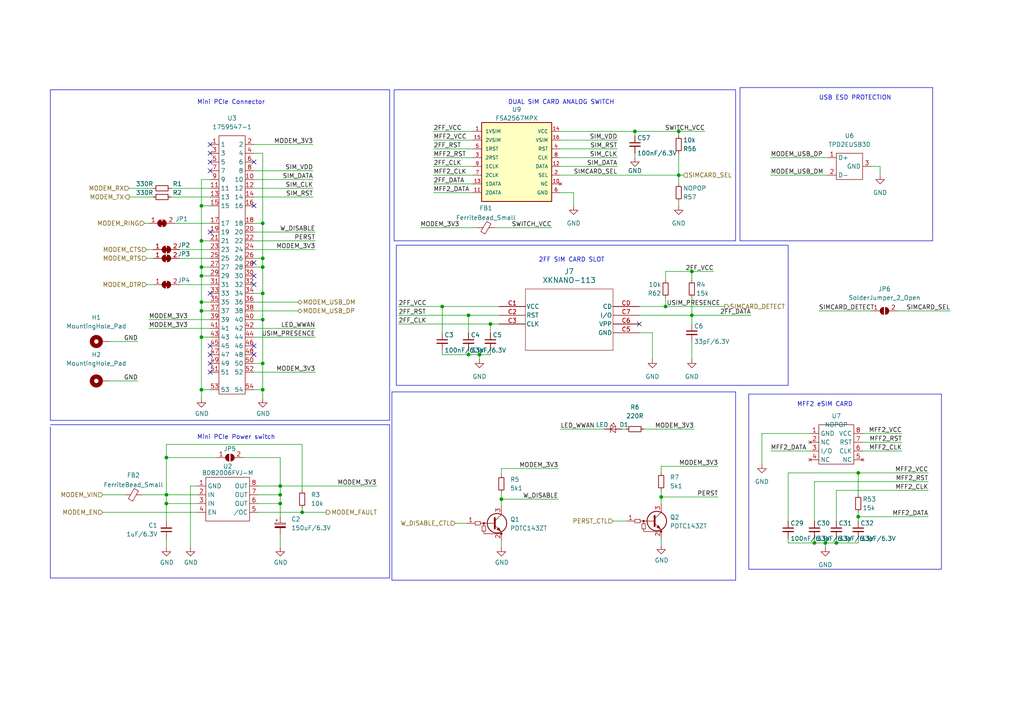
<source format=kicad_sch>
(kicad_sch (version 20230121) (generator eeschema)
  (paper "A4")
  (lib_symbols
    (symbol "2023-07-13_12-59-37:XKNANO-113" (pin_names (offset 0.254))
      (property "Reference" "J" (at 20.32 10.16 0))
      (property "Value" "XKNANO-113" (at 20.32 7.62 0))
      (symbol "XKNANO-113_0_1"
        (polyline (pts (xy 7.62 -12.7) (xy 33.02 -12.7)) (stroke (width 0.127)))
        (polyline (pts (xy 7.62 5.08) (xy 7.62 -12.7)) (stroke (width 0.127)))
        (polyline (pts (xy 33.02 -12.7) (xy 33.02 5.08)) (stroke (width 0.127)))
        (polyline (pts (xy 33.02 5.08) (xy 7.62 5.08)) (stroke (width 0.127)))
        (pin power_in line (at 0 0 0) (length 7.62) (name "VCC") (number "C1"))
        (pin unspecified line (at 0 -2.54 0) (length 7.62) (name "RST") (number "C2"))
        (pin unspecified line (at 0 -5.08 0) (length 7.62) (name "CLK") (number "C3"))
        (pin power_out line (at 40.64 -7.62 180) (length 7.62) (name "GND") (number "C5"))
        (pin power_in line (at 40.64 -5.08 180) (length 7.62) (name "VPP") (number "C6"))
        (pin unspecified line (at 40.64 -2.54 180) (length 7.62) (name "I/O") (number "C7"))
        (pin unspecified line (at 40.64 0 180) (length 7.62) (name "CD") (number "CD"))
      )
    )
    (symbol "Device:C_Polarized_Small" (pin_numbers hide) (pin_names (offset 0.254) hide)
      (property "Reference" "C" (at 0.254 1.778 0))
      (property "Value" "C_Polarized_Small" (at 0.254 -2.032 0))
      (symbol "C_Polarized_Small_0_1"
        (rectangle (start -1.524 -0.3048) (end 1.524 -0.6858) (fill (type outline)))
        (rectangle (start -1.524 0.6858) (end 1.524 0.3048))
        (polyline (pts (xy -1.27 1.524) (xy -0.762 1.524)))
        (polyline (pts (xy -1.016 1.27) (xy -1.016 1.778)))
      )
      (symbol "C_Polarized_Small_1_1"
        (pin passive line (at 0 2.54 270) (length 1.8542) (name "~") (number "1"))
        (pin passive line (at 0 -2.54 90) (length 1.8542) (name "~") (number "2"))
      )
    )
    (symbol "Device:C_Small" (pin_numbers hide) (pin_names (offset 0.254) hide)
      (property "Reference" "C" (at 0.254 1.778 0))
      (property "Value" "C_Small" (at 0.254 -2.032 0))
      (symbol "C_Small_0_1"
        (polyline (pts (xy -1.524 -0.508) (xy 1.524 -0.508)) (stroke (width 0.3302)))
        (polyline (pts (xy -1.524 0.508) (xy 1.524 0.508)) (stroke (width 0.3048)))
      )
      (symbol "C_Small_1_1"
        (pin passive line (at 0 2.54 270) (length 2.032) (name "~") (number "1"))
        (pin passive line (at 0 -2.54 90) (length 2.032) (name "~") (number "2"))
      )
    )
    (symbol "Device:FerriteBead_Small" (pin_numbers hide) (pin_names (offset 0))
      (property "Reference" "FB" (at 1.905 1.27 0))
      (property "Value" "FerriteBead_Small" (at 1.905 -1.27 0))
      (symbol "FerriteBead_Small_0_1"
        (polyline (pts (xy 0 -1.27) (xy 0 -0.7874)))
        (polyline (pts (xy 0 0.889) (xy 0 1.2954)))
        (polyline (pts (xy -1.8288 0.2794) (xy -1.1176 1.4986) (xy 1.8288 -0.2032) (xy 1.1176 -1.4224) (xy -1.8288 0.2794)))
      )
      (symbol "FerriteBead_Small_1_1"
        (pin passive line (at 0 2.54 270) (length 1.27) (name "~") (number "1"))
        (pin passive line (at 0 -2.54 90) (length 1.27) (name "~") (number "2"))
      )
    )
    (symbol "Device:Q_NPN_BEC_BRT" (pin_names hide)
      (property "Reference" "Q" (at 3.81 1.27 0))
      (property "Value" "Q_NPN_BEC_BRT" (at 3.81 -1.27 0))
      (symbol "Q_NPN_BEC_BRT_0_1"
        (rectangle (start -6.35 0.508) (end -4.826 -0.508))
        (rectangle (start -4.318 -2.286) (end -3.302 -0.762))
        (circle (center -3.81 0) (radius 0.254) (fill (type outline)))
        (polyline (pts (xy -3.81 -0.762) (xy -3.81 0)))
        (polyline (pts (xy -0.762 0) (xy -4.826 0)))
        (polyline (pts (xy -0.635 1.524) (xy -0.635 -1.524)) (stroke (width 0.508)))
        (polyline (pts (xy -3.81 -2.286) (xy -3.81 -3.048) (xy 1.27 -3.048)))
        (circle (center 1.27 -3.048) (radius 0.254) (fill (type outline)))
      )
      (symbol "Q_NPN_BEC_BRT_1_1"
        (polyline (pts (xy -0.635 0.635) (xy 1.27 2.54)))
        (polyline (pts (xy -0.635 -0.635) (xy 1.27 -2.54) (xy 1.27 -2.54)))
        (polyline (pts (xy 0 -1.778) (xy 0.508 -1.27) (xy 1.016 -2.286) (xy 0 -1.778) (xy 0 -1.778)) (fill (type outline)))
        (circle (center 0 0) (radius 2.8194) (stroke (width 0.254)))
        (pin input line (at -8.89 0 0) (length 2.54) (name "B") (number "1"))
        (pin passive line (at 1.27 -5.08 90) (length 2.54) (name "E") (number "2"))
        (pin passive line (at 1.27 5.08 270) (length 2.54) (name "C") (number "3"))
      )
    )
    (symbol "Device:R_Small" (pin_numbers hide) (pin_names (offset 0.254) hide)
      (property "Reference" "R" (at 0.762 0.508 0))
      (property "Value" "R_Small" (at 0.762 -1.016 0))
      (symbol "R_Small_0_1"
        (rectangle (start -0.762 1.778) (end 0.762 -1.778) (stroke (width 0.2032)))
      )
      (symbol "R_Small_1_1"
        (pin passive line (at 0 2.54 270) (length 0.762) (name "~") (number "1"))
        (pin passive line (at 0 -2.54 90) (length 0.762) (name "~") (number "2"))
      )
    )
    (symbol "FSA2567MPX:FSA2567MPX" (pin_names (offset 1.016))
      (property "Reference" "U" (at -10.16 12.7 0))
      (property "Value" "FSA2567MPX" (at -10.16 -13.97 0))
      (symbol "FSA2567MPX_0_0"
        (rectangle (start -10.16 -11.43) (end 10.16 11.43) (stroke (width 0.254)) (fill (type background)))
        (pin bidirectional line (at -12.7 8.89 0) (length 2.54) (name "1VSIM") (number "1"))
        (pin no_connect line (at 12.7 -6.35 180) (length 2.54) (name "NC") (number "10"))
        (pin bidirectional line (at -12.7 -8.89 0) (length 2.54) (name "2DATA") (number "11"))
        (pin bidirectional line (at 12.7 -1.27 180) (length 2.54) (name "DATA") (number "12"))
        (pin bidirectional line (at -12.7 -6.35 0) (length 2.54) (name "1DATA") (number "13"))
        (pin power_in line (at 12.7 8.89 180) (length 2.54) (name "VCC") (number "14"))
        (pin bidirectional line (at -12.7 6.35 0) (length 2.54) (name "2VSIM") (number "15"))
        (pin bidirectional line (at 12.7 6.35 180) (length 2.54) (name "VSIM") (number "16"))
        (pin bidirectional line (at 12.7 -3.81 180) (length 2.54) (name "SEL") (number "2"))
        (pin bidirectional line (at -12.7 1.27 0) (length 2.54) (name "2RST") (number "3"))
        (pin bidirectional line (at 12.7 3.81 180) (length 2.54) (name "RST") (number "4"))
        (pin bidirectional line (at -12.7 3.81 0) (length 2.54) (name "1RST") (number "5"))
        (pin power_in line (at 12.7 -8.89 180) (length 2.54) (name "GND") (number "6"))
        (pin bidirectional line (at -12.7 -3.81 0) (length 2.54) (name "2CLK") (number "7"))
        (pin bidirectional line (at 12.7 1.27 180) (length 2.54) (name "CLK") (number "8"))
        (pin bidirectional line (at -12.7 -1.27 0) (length 2.54) (name "1CLK") (number "9"))
      )
    )
    (symbol "Jumper:SolderJumper_2_Bridged" (pin_names (offset 0) hide)
      (property "Reference" "JP" (at 0 2.032 0))
      (property "Value" "SolderJumper_2_Bridged" (at 0 -2.54 0))
      (symbol "SolderJumper_2_Bridged_0_1"
        (rectangle (start -0.508 0.508) (end 0.508 -0.508) (fill (type outline)))
        (arc (start -0.254 1.016) (mid -1.2656 0) (end -0.254 -1.016))
        (arc (start -0.254 1.016) (mid -1.2656 0) (end -0.254 -1.016) (fill (type outline)))
        (polyline (pts (xy -0.254 1.016) (xy -0.254 -1.016)))
        (polyline (pts (xy 0.254 1.016) (xy 0.254 -1.016)))
        (arc (start 0.254 -1.016) (mid 1.2656 0) (end 0.254 1.016))
        (arc (start 0.254 -1.016) (mid 1.2656 0) (end 0.254 1.016) (fill (type outline)))
      )
      (symbol "SolderJumper_2_Bridged_1_1"
        (pin passive line (at -3.81 0 0) (length 2.54) (name "A") (number "1"))
        (pin passive line (at 3.81 0 180) (length 2.54) (name "B") (number "2"))
      )
    )
    (symbol "Jumper:SolderJumper_2_Open" (pin_names (offset 0) hide)
      (property "Reference" "JP" (at 0 2.032 0))
      (property "Value" "SolderJumper_2_Open" (at 0 -2.54 0))
      (symbol "SolderJumper_2_Open_0_1"
        (arc (start -0.254 1.016) (mid -1.2656 0) (end -0.254 -1.016))
        (arc (start -0.254 1.016) (mid -1.2656 0) (end -0.254 -1.016) (fill (type outline)))
        (polyline (pts (xy -0.254 1.016) (xy -0.254 -1.016)))
        (polyline (pts (xy 0.254 1.016) (xy 0.254 -1.016)))
        (arc (start 0.254 -1.016) (mid 1.2656 0) (end 0.254 1.016))
        (arc (start 0.254 -1.016) (mid 1.2656 0) (end 0.254 1.016) (fill (type outline)))
      )
      (symbol "SolderJumper_2_Open_1_1"
        (pin passive line (at -3.81 0 0) (length 2.54) (name "A") (number "1"))
        (pin passive line (at 3.81 0 180) (length 2.54) (name "B") (number "2"))
      )
    )
    (symbol "Mechanical:MountingHole_Pad" (pin_numbers hide) (pin_names (offset 1.016) hide)
      (property "Reference" "H" (at 0 6.35 0))
      (property "Value" "MountingHole_Pad" (at 0 4.445 0))
      (symbol "MountingHole_Pad_0_1"
        (circle (center 0 1.27) (radius 1.27) (stroke (width 1.27)))
      )
      (symbol "MountingHole_Pad_1_1"
        (pin input line (at 0 -2.54 90) (length 2.54) (name "1") (number "1"))
      )
    )
    (symbol "device:C_Small" (pin_numbers hide) (pin_names (offset 0.254) hide)
      (property "Reference" "C" (at 0.254 1.778 0))
      (property "Value" "C_Small" (at 0.254 -2.032 0))
      (symbol "C_Small_0_1"
        (polyline (pts (xy -1.524 -0.508) (xy 1.524 -0.508)) (stroke (width 0.3302)))
        (polyline (pts (xy -1.524 0.508) (xy 1.524 0.508)) (stroke (width 0.3048)))
      )
      (symbol "C_Small_1_1"
        (pin passive line (at 0 2.54 270) (length 2.032) (name "~") (number "1"))
        (pin passive line (at 0 -2.54 90) (length 2.032) (name "~") (number "2"))
      )
    )
    (symbol "device:LED_Small" (pin_numbers hide) (pin_names (offset 0.254) hide)
      (property "Reference" "D" (at -1.27 3.175 0))
      (property "Value" "LED_Small" (at -4.445 -2.54 0))
      (symbol "LED_Small_0_1"
        (polyline (pts (xy -0.762 -1.016) (xy -0.762 1.016)))
        (polyline (pts (xy 1.016 0) (xy -0.762 0)))
        (polyline (pts (xy 0.762 -1.016) (xy -0.762 0) (xy 0.762 1.016) (xy 0.762 -1.016)))
        (polyline (pts (xy 0 0.762) (xy -0.508 1.27) (xy -0.254 1.27) (xy -0.508 1.27) (xy -0.508 1.016)))
        (polyline (pts (xy 0.508 1.27) (xy 0 1.778) (xy 0.254 1.778) (xy 0 1.778) (xy 0 1.524)))
      )
      (symbol "LED_Small_1_1"
        (pin passive line (at -2.54 0 0) (length 1.778) (name "K") (number "1"))
        (pin passive line (at 2.54 0 180) (length 1.778) (name "A") (number "2"))
      )
    )
    (symbol "gabriel:1759547-1"
      (property "Reference" "U" (at 0 3.81 0))
      (property "Value" "1759547-1" (at 0 1.27 0))
      (symbol "1759547-1_0_1"
        (rectangle (start -3.81 0) (end 3.81 -74.93))
      )
      (symbol "1759547-1_1_1"
        (pin bidirectional line (at -6.35 -2.54 0) (length 2.54) (name "1") (number "1"))
        (pin bidirectional line (at 6.35 -12.7 180) (length 2.54) (name "10") (number "10"))
        (pin bidirectional line (at -6.35 -15.24 0) (length 2.54) (name "11") (number "11"))
        (pin bidirectional line (at 6.35 -15.24 180) (length 2.54) (name "12") (number "12"))
        (pin bidirectional line (at -6.35 -17.78 0) (length 2.54) (name "13") (number "13"))
        (pin bidirectional line (at 6.35 -17.78 180) (length 2.54) (name "14") (number "14"))
        (pin bidirectional line (at -6.35 -20.32 0) (length 2.54) (name "15") (number "15"))
        (pin bidirectional line (at 6.35 -20.32 180) (length 2.54) (name "16") (number "16"))
        (pin bidirectional line (at -6.35 -25.4 0) (length 2.54) (name "17") (number "17"))
        (pin bidirectional line (at 6.35 -25.4 180) (length 2.54) (name "18") (number "18"))
        (pin bidirectional line (at -6.35 -27.94 0) (length 2.54) (name "19") (number "19"))
        (pin bidirectional line (at 6.35 -2.54 180) (length 2.54) (name "2") (number "2"))
        (pin bidirectional line (at 6.35 -27.94 180) (length 2.54) (name "20") (number "20"))
        (pin bidirectional line (at -6.35 -30.48 0) (length 2.54) (name "21") (number "21"))
        (pin bidirectional line (at 6.35 -30.48 180) (length 2.54) (name "22") (number "22"))
        (pin bidirectional line (at -6.35 -33.02 0) (length 2.54) (name "23") (number "23"))
        (pin bidirectional line (at 6.35 -33.02 180) (length 2.54) (name "24") (number "24"))
        (pin bidirectional line (at -6.35 -35.56 0) (length 2.54) (name "25") (number "25"))
        (pin bidirectional line (at 6.35 -35.56 180) (length 2.54) (name "26") (number "26"))
        (pin bidirectional line (at -6.35 -38.1 0) (length 2.54) (name "27") (number "27"))
        (pin bidirectional line (at 6.35 -38.1 180) (length 2.54) (name "28") (number "28"))
        (pin bidirectional line (at -6.35 -40.64 0) (length 2.54) (name "29") (number "29"))
        (pin bidirectional line (at -6.35 -5.08 0) (length 2.54) (name "3") (number "3"))
        (pin bidirectional line (at 6.35 -40.64 180) (length 2.54) (name "30") (number "30"))
        (pin bidirectional line (at -6.35 -43.18 0) (length 2.54) (name "31") (number "31"))
        (pin bidirectional line (at 6.35 -43.18 180) (length 2.54) (name "32") (number "32"))
        (pin bidirectional line (at -6.35 -45.72 0) (length 2.54) (name "33") (number "33"))
        (pin bidirectional line (at 6.35 -45.72 180) (length 2.54) (name "34") (number "34"))
        (pin bidirectional line (at -6.35 -48.26 0) (length 2.54) (name "35") (number "35"))
        (pin bidirectional line (at 6.35 -48.26 180) (length 2.54) (name "36") (number "36"))
        (pin bidirectional line (at -6.35 -50.8 0) (length 2.54) (name "37") (number "37"))
        (pin bidirectional line (at 6.35 -50.8 180) (length 2.54) (name "38") (number "38"))
        (pin bidirectional line (at -6.35 -53.34 0) (length 2.54) (name "39") (number "39"))
        (pin bidirectional line (at 6.35 -5.08 180) (length 2.54) (name "4") (number "4"))
        (pin bidirectional line (at 6.35 -53.34 180) (length 2.54) (name "40") (number "40"))
        (pin bidirectional line (at -6.35 -55.88 0) (length 2.54) (name "41") (number "41"))
        (pin bidirectional line (at 6.35 -55.88 180) (length 2.54) (name "42") (number "42"))
        (pin bidirectional line (at -6.35 -58.42 0) (length 2.54) (name "43") (number "43"))
        (pin bidirectional line (at 6.35 -58.42 180) (length 2.54) (name "44") (number "44"))
        (pin bidirectional line (at -6.35 -60.96 0) (length 2.54) (name "45") (number "45"))
        (pin bidirectional line (at 6.35 -60.96 180) (length 2.54) (name "46") (number "46"))
        (pin bidirectional line (at -6.35 -63.5 0) (length 2.54) (name "47") (number "47"))
        (pin bidirectional line (at 6.35 -63.5 180) (length 2.54) (name "48") (number "48"))
        (pin bidirectional line (at -6.35 -66.04 0) (length 2.54) (name "49") (number "49"))
        (pin bidirectional line (at -6.35 -7.62 0) (length 2.54) (name "5") (number "5"))
        (pin bidirectional line (at 6.35 -66.04 180) (length 2.54) (name "50") (number "50"))
        (pin bidirectional line (at -6.35 -68.58 0) (length 2.54) (name "51") (number "51"))
        (pin bidirectional line (at 6.35 -68.58 180) (length 2.54) (name "52") (number "52"))
        (pin bidirectional line (at -6.35 -73.66 0) (length 2.54) (name "53") (number "53"))
        (pin bidirectional line (at 6.35 -73.66 180) (length 2.54) (name "54") (number "54"))
        (pin bidirectional line (at 6.35 -7.62 180) (length 2.54) (name "6") (number "6"))
        (pin bidirectional line (at -6.35 -10.16 0) (length 2.54) (name "7") (number "7"))
        (pin bidirectional line (at 6.35 -10.16 180) (length 2.54) (name "8") (number "8"))
        (pin bidirectional line (at -6.35 -12.7 0) (length 2.54) (name "9") (number "9"))
      )
    )
    (symbol "gabriel:BD82006FVJ-M"
      (property "Reference" "U" (at 0 3.81 0))
      (property "Value" "BD82006FVJ-M" (at 0 1.27 0))
      (symbol "BD82006FVJ-M_0_1"
        (rectangle (start -6.35 0) (end 6.35 -12.7) (stroke (width 0.1524)))
      )
      (symbol "BD82006FVJ-M_1_1"
        (pin passive line (at -8.89 -2.54 0) (length 2.54) (name "GND") (number "1"))
        (pin power_in line (at -8.89 -5.08 0) (length 2.54) (name "IN") (number "2"))
        (pin power_in line (at -8.89 -7.62 0) (length 2.54) (name "IN") (number "3"))
        (pin input line (at -8.89 -10.16 0) (length 2.54) (name "EN") (number "4"))
        (pin output line (at 8.89 -10.16 180) (length 2.54) (name "/OC") (number "5"))
        (pin power_out line (at 8.89 -7.62 180) (length 2.54) (name "OUT") (number "6"))
        (pin power_out line (at 8.89 -5.08 180) (length 2.54) (name "OUT") (number "7"))
        (pin power_out line (at 8.89 -2.54 180) (length 2.54) (name "OUT") (number "8"))
      )
    )
    (symbol "gabriel:MFF2"
      (property "Reference" "U" (at 0 1.27 0))
      (symbol "MFF2_0_1"
        (rectangle (start -5.08 0) (end 5.08 -11.43))
      )
      (symbol "MFF2_1_1"
        (pin passive line (at -7.62 -2.54 0) (length 2.54) (name "GND") (number "1"))
        (pin no_connect line (at -7.62 -5.08 0) (length 2.54) (name "NC") (number "2"))
        (pin bidirectional line (at -7.62 -7.62 0) (length 2.54) (name "I/O") (number "3"))
        (pin no_connect line (at -7.62 -10.16 0) (length 2.54) (name "NC") (number "4"))
        (pin no_connect line (at 7.62 -10.16 180) (length 2.54) (name "NC") (number "5"))
        (pin input line (at 7.62 -7.62 180) (length 2.54) (name "CLK") (number "6"))
        (pin input line (at 7.62 -5.08 180) (length 2.54) (name "RST") (number "7"))
        (pin power_in line (at 7.62 -2.54 180) (length 2.54) (name "VCC") (number "8"))
      )
    )
    (symbol "gabriel:TPD2EUSB30"
      (property "Reference" "U6" (at 0 8.89 0))
      (property "Value" "TPD2EUSB30" (at 0 6.35 0))
      (symbol "TPD2EUSB30_0_1"
        (rectangle (start -3.81 3.81) (end 3.81 -3.81) (stroke (width 0.1524)))
      )
      (symbol "TPD2EUSB30_1_1"
        (pin input line (at -6.35 2.54 0) (length 2.54) (name "D+") (number "1"))
        (pin input line (at -6.35 -2.54 0) (length 2.54) (name "D-") (number "2"))
        (pin power_in line (at 6.35 0 180) (length 2.54) (name "GND") (number "3"))
      )
    )
    (symbol "power:GND" (power) (pin_names (offset 0))
      (property "Value" "GND" (at 0 -3.81 0))
      (symbol "GND_0_1"
        (polyline (pts (xy 0 0) (xy 0 -1.27) (xy 1.27 -1.27) (xy 0 -2.54) (xy -1.27 -1.27) (xy 0 -1.27)))
      )
      (symbol "GND_1_1"
        (pin power_in line (at 0 0 270) (length 0) hide (name "GND") (number "1"))
      )
    )
  )
  (junction (at 135.89 102.87) (diameter 0.9144))
  (junction (at 58.42 113.03))
  (junction (at 58.42 59.69))
  (junction (at 58.42 77.47))
  (junction (at 145.415 144.78))
  (junction (at 76.2 113.03))
  (junction (at 196.85 50.8))
  (junction (at 58.42 80.01))
  (junction (at 58.42 69.85))
  (junction (at 142.24 93.98))
  (junction (at 58.42 87.63))
  (junction (at 248.92 137.16))
  (junction (at 139.065 102.87) (diameter 0.9144))
  (junction (at 87.63 148.59))
  (junction (at 48.26 132.715))
  (junction (at 184.15 38.1))
  (junction (at 58.42 97.79))
  (junction (at 128.27 88.9))
  (junction (at 242.57 157.48) (diameter 0.9144))
  (junction (at 81.28 143.51))
  (junction (at 76.2 85.09))
  (junction (at 239.395 157.48) (diameter 0.9144))
  (junction (at 76.2 74.93))
  (junction (at 76.2 64.77))
  (junction (at 196.85 38.1))
  (junction (at 58.42 90.17))
  (junction (at 236.22 157.48) (diameter 0.9144))
  (junction (at 76.2 105.41))
  (junction (at 48.26 146.05))
  (junction (at 76.2 92.71))
  (junction (at 191.77 144.145))
  (junction (at 193.04 88.9))
  (junction (at 81.28 146.05))
  (junction (at 48.26 143.51))
  (junction (at 135.89 91.44))
  (junction (at 76.2 77.47))
  (junction (at 200.66 78.74))
  (junction (at 81.28 140.97))
  (junction (at 248.92 149.86))
  (junction (at 200.66 91.44))
  (no_connect (at 185.42 93.98))
  (no_connect (at 60.96 102.87))
  (no_connect (at 60.96 107.95))
  (no_connect (at 73.66 102.87))
  (no_connect (at 60.96 105.41))
  (no_connect (at 60.96 100.33))
  (no_connect (at 73.66 82.55))
  (no_connect (at 60.96 85.09))
  (no_connect (at 73.66 100.33))
  (no_connect (at 73.66 59.69))
  (no_connect (at 73.66 46.99))
  (no_connect (at 60.96 67.31))
  (no_connect (at 73.66 76.2))
  (no_connect (at 73.66 80.01))
  (no_connect (at 60.96 49.53))
  (no_connect (at 60.96 46.99))
  (no_connect (at 60.96 41.91))
  (no_connect (at 60.96 44.45))
  (wire (pts (xy 191.77 144.145) (xy 208.28 144.145)))
  (wire (pts (xy 191.77 135.255) (xy 208.28 135.255)))
  (wire (pts (xy 261.62 125.73) (xy 250.19 125.73)))
  (wire (pts (xy 242.57 156.21) (xy 242.57 157.48)))
  (wire (pts (xy 142.24 101.6) (xy 142.24 102.87)))
  (wire (pts (xy 242.57 142.24) (xy 242.57 151.13)))
  (wire (pts (xy 58.42 97.79) (xy 60.96 97.79)))
  (wire (pts (xy 29.845 143.51) (xy 36.195 143.51)))
  (wire (pts (xy 242.57 157.48) (xy 248.92 157.48)))
  (wire (pts (xy 42.545 74.93) (xy 44.45 74.93)))
  (wire (pts (xy 58.42 52.07) (xy 58.42 59.69)))
  (wire (pts (xy 145.415 156.845) (xy 145.415 158.75)))
  (wire (pts (xy 125.73 48.26) (xy 137.16 48.26)))
  (polyline (pts (xy 217.17 165.1) (xy 217.17 114.3)))
  (wire (pts (xy 57.15 143.51) (xy 48.26 143.51)))
  (wire (pts (xy 81.28 132.715) (xy 81.28 140.97)))
  (wire (pts (xy 58.42 90.17) (xy 58.42 97.79)))
  (wire (pts (xy 128.27 101.6) (xy 128.27 102.87)))
  (wire (pts (xy 252.73 90.17) (xy 237.49 90.17)))
  (wire (pts (xy 138.43 66.04) (xy 121.92 66.04)))
  (wire (pts (xy 73.66 90.17) (xy 86.36 90.17)))
  (wire (pts (xy 186.69 124.46) (xy 201.295 124.46)))
  (wire (pts (xy 200.66 91.44) (xy 200.66 93.98)))
  (wire (pts (xy 189.23 104.14) (xy 189.23 96.52)))
  (wire (pts (xy 48.26 143.51) (xy 48.26 146.05)))
  (polyline (pts (xy 14.605 123.19) (xy 113.03 123.19)))
  (wire (pts (xy 49.53 54.61) (xy 60.96 54.61)))
  (polyline (pts (xy 113.665 113.665) (xy 113.665 168.275)))
  (wire (pts (xy 145.415 137.795) (xy 145.415 135.89)))
  (wire (pts (xy 162.56 40.64) (xy 179.07 40.64)))
  (wire (pts (xy 43.18 95.25) (xy 60.96 95.25)))
  (wire (pts (xy 125.73 55.88) (xy 137.16 55.88)))
  (wire (pts (xy 58.42 113.03) (xy 60.96 113.03)))
  (wire (pts (xy 52.07 82.55) (xy 60.96 82.55)))
  (wire (pts (xy 239.395 157.48) (xy 242.57 157.48)))
  (wire (pts (xy 255.27 48.26) (xy 255.27 50.8)))
  (wire (pts (xy 166.37 55.88) (xy 162.56 55.88)))
  (wire (pts (xy 76.2 85.09) (xy 76.2 92.71)))
  (wire (pts (xy 41.91 64.77) (xy 43.18 64.77)))
  (polyline (pts (xy 273.05 114.3) (xy 273.05 165.1)))
  (wire (pts (xy 125.73 50.8) (xy 137.16 50.8)))
  (wire (pts (xy 73.66 74.93) (xy 76.2 74.93)))
  (polyline (pts (xy 213.36 168.275) (xy 213.36 113.665)))
  (polyline (pts (xy 113.03 121.92) (xy 113.03 26.035)))
  (wire (pts (xy 42.545 82.55) (xy 44.45 82.55)))
  (wire (pts (xy 162.56 48.26) (xy 179.07 48.26)))
  (polyline (pts (xy 213.36 113.665) (xy 113.665 113.665)))
  (polyline (pts (xy 14.605 26.035) (xy 14.605 121.92)))
  (wire (pts (xy 73.66 54.61) (xy 90.805 54.61)))
  (wire (pts (xy 177.8 151.13) (xy 181.61 151.13)))
  (wire (pts (xy 128.27 88.9) (xy 144.78 88.9)))
  (wire (pts (xy 191.77 144.145) (xy 191.77 146.05)))
  (wire (pts (xy 58.42 97.79) (xy 58.42 113.03)))
  (wire (pts (xy 193.04 88.9) (xy 210.185 88.9)))
  (wire (pts (xy 142.24 93.98) (xy 142.24 96.52)))
  (wire (pts (xy 41.275 143.51) (xy 48.26 143.51)))
  (wire (pts (xy 223.52 50.8) (xy 240.03 50.8)))
  (wire (pts (xy 193.04 81.28) (xy 193.04 78.74)))
  (wire (pts (xy 248.92 148.59) (xy 248.92 149.86)))
  (wire (pts (xy 49.53 57.15) (xy 60.96 57.15)))
  (wire (pts (xy 74.93 140.97) (xy 81.28 140.97)))
  (wire (pts (xy 31.75 99.06) (xy 40.005 99.06)))
  (wire (pts (xy 261.62 128.27) (xy 250.19 128.27)))
  (wire (pts (xy 42.545 72.39) (xy 44.45 72.39)))
  (wire (pts (xy 142.24 93.98) (xy 144.78 93.98)))
  (wire (pts (xy 73.66 72.39) (xy 91.44 72.39)))
  (wire (pts (xy 58.42 77.47) (xy 60.96 77.47)))
  (wire (pts (xy 73.66 95.25) (xy 91.44 95.25)))
  (wire (pts (xy 48.26 156.21) (xy 48.26 158.75)))
  (wire (pts (xy 228.6 157.48) (xy 236.22 157.48)))
  (wire (pts (xy 31.75 110.49) (xy 40.005 110.49)))
  (wire (pts (xy 73.66 92.71) (xy 76.2 92.71)))
  (wire (pts (xy 62.865 132.715) (xy 48.26 132.715)))
  (wire (pts (xy 73.66 49.53) (xy 90.805 49.53)))
  (wire (pts (xy 228.6 156.21) (xy 228.6 157.48)))
  (wire (pts (xy 81.28 154.94) (xy 81.28 158.75)))
  (wire (pts (xy 58.42 59.69) (xy 60.96 59.69)))
  (wire (pts (xy 143.51 66.04) (xy 160.02 66.04)))
  (wire (pts (xy 58.42 87.63) (xy 60.96 87.63)))
  (wire (pts (xy 145.415 142.875) (xy 145.415 144.78)))
  (wire (pts (xy 196.85 44.45) (xy 196.85 50.8)))
  (wire (pts (xy 76.2 44.45) (xy 76.2 64.77)))
  (wire (pts (xy 58.42 90.17) (xy 60.96 90.17)))
  (wire (pts (xy 185.42 88.9) (xy 193.04 88.9)))
  (wire (pts (xy 135.89 91.44) (xy 144.78 91.44)))
  (wire (pts (xy 58.42 69.85) (xy 58.42 77.47)))
  (wire (pts (xy 115.57 93.98) (xy 142.24 93.98)))
  (wire (pts (xy 162.56 43.18) (xy 179.07 43.18)))
  (wire (pts (xy 58.42 80.01) (xy 60.96 80.01)))
  (wire (pts (xy 125.73 40.64) (xy 137.16 40.64)))
  (wire (pts (xy 87.63 148.59) (xy 74.93 148.59)))
  (wire (pts (xy 37.465 57.15) (xy 44.45 57.15)))
  (wire (pts (xy 196.85 50.8) (xy 198.12 50.8)))
  (polyline (pts (xy 14.605 121.92) (xy 113.03 121.92)))
  (wire (pts (xy 223.52 45.72) (xy 240.03 45.72)))
  (wire (pts (xy 184.15 38.1) (xy 184.15 39.37)))
  (wire (pts (xy 87.63 142.24) (xy 87.63 128.905)))
  (polyline (pts (xy 113.03 123.19) (xy 113.03 167.64)))
  (wire (pts (xy 196.85 38.1) (xy 204.47 38.1)))
  (wire (pts (xy 191.77 142.24) (xy 191.77 144.145)))
  (polyline (pts (xy 113.03 26.035) (xy 14.605 26.035)))
  (wire (pts (xy 48.26 146.05) (xy 48.26 151.13)))
  (wire (pts (xy 139.065 102.87) (xy 142.24 102.87)))
  (polyline (pts (xy 113.03 167.64) (xy 14.605 167.64)))
  (wire (pts (xy 70.485 132.715) (xy 81.28 132.715)))
  (wire (pts (xy 76.2 113.03) (xy 76.2 115.57)))
  (wire (pts (xy 248.92 149.86) (xy 248.92 151.13)))
  (wire (pts (xy 58.42 77.47) (xy 58.42 80.01)))
  (wire (pts (xy 260.35 90.17) (xy 275.59 90.17)))
  (wire (pts (xy 191.77 156.21) (xy 191.77 158.115)))
  (polyline (pts (xy 273.05 165.1) (xy 217.17 165.1)))
  (wire (pts (xy 115.57 88.9) (xy 128.27 88.9)))
  (wire (pts (xy 94.615 148.59) (xy 87.63 148.59)))
  (wire (pts (xy 76.2 92.71) (xy 76.2 105.41)))
  (wire (pts (xy 220.98 125.73) (xy 234.95 125.73)))
  (wire (pts (xy 248.92 137.16) (xy 269.24 137.16)))
  (wire (pts (xy 73.66 87.63) (xy 86.36 87.63)))
  (wire (pts (xy 73.66 113.03) (xy 76.2 113.03)))
  (wire (pts (xy 180.34 124.46) (xy 181.61 124.46)))
  (wire (pts (xy 87.63 128.905) (xy 48.26 128.905)))
  (wire (pts (xy 58.42 80.01) (xy 58.42 87.63)))
  (wire (pts (xy 228.6 137.16) (xy 248.92 137.16)))
  (wire (pts (xy 115.57 91.44) (xy 135.89 91.44)))
  (wire (pts (xy 73.66 41.91) (xy 90.805 41.91)))
  (wire (pts (xy 139.065 102.87) (xy 139.065 104.14)))
  (wire (pts (xy 166.37 59.69) (xy 166.37 55.88)))
  (wire (pts (xy 55.245 140.97) (xy 55.245 158.75)))
  (wire (pts (xy 162.56 38.1) (xy 184.15 38.1)))
  (wire (pts (xy 29.845 148.59) (xy 57.15 148.59)))
  (polyline (pts (xy 217.17 114.3) (xy 273.05 114.3)))
  (wire (pts (xy 125.73 38.1) (xy 137.16 38.1)))
  (wire (pts (xy 220.98 134.62) (xy 220.98 125.73)))
  (wire (pts (xy 196.85 38.1) (xy 196.85 39.37)))
  (wire (pts (xy 125.73 45.72) (xy 137.16 45.72)))
  (wire (pts (xy 87.63 147.32) (xy 87.63 148.59)))
  (wire (pts (xy 73.66 64.77) (xy 76.2 64.77)))
  (wire (pts (xy 50.8 64.77) (xy 60.96 64.77)))
  (wire (pts (xy 248.92 137.16) (xy 248.92 143.51)))
  (wire (pts (xy 196.85 53.34) (xy 196.85 50.8)))
  (wire (pts (xy 135.89 101.6) (xy 135.89 102.87)))
  (wire (pts (xy 52.07 72.39) (xy 60.96 72.39)))
  (wire (pts (xy 196.85 58.42) (xy 196.85 59.69)))
  (wire (pts (xy 228.6 151.13) (xy 228.6 137.16)))
  (wire (pts (xy 193.04 88.9) (xy 193.04 86.36)))
  (wire (pts (xy 223.52 130.81) (xy 234.95 130.81)))
  (wire (pts (xy 48.26 132.715) (xy 48.26 143.51)))
  (wire (pts (xy 81.28 140.97) (xy 109.22 140.97)))
  (wire (pts (xy 52.07 74.93) (xy 60.96 74.93)))
  (wire (pts (xy 76.2 64.77) (xy 76.2 74.93)))
  (wire (pts (xy 132.08 151.765) (xy 135.255 151.765)))
  (wire (pts (xy 236.22 139.7) (xy 269.24 139.7)))
  (wire (pts (xy 191.77 137.16) (xy 191.77 135.255)))
  (wire (pts (xy 73.66 67.31) (xy 91.44 67.31)))
  (wire (pts (xy 185.42 96.52) (xy 189.23 96.52)))
  (wire (pts (xy 261.62 130.81) (xy 250.19 130.81)))
  (wire (pts (xy 193.04 78.74) (xy 200.66 78.74)))
  (polyline (pts (xy 113.665 168.275) (xy 213.36 168.275)))
  (wire (pts (xy 135.89 91.44) (xy 135.89 96.52)))
  (wire (pts (xy 145.415 144.78) (xy 145.415 146.685)))
  (wire (pts (xy 55.245 140.97) (xy 57.15 140.97)))
  (wire (pts (xy 217.805 91.44) (xy 200.66 91.44)))
  (wire (pts (xy 200.66 86.36) (xy 200.66 91.44)))
  (wire (pts (xy 73.66 44.45) (xy 76.2 44.45)))
  (wire (pts (xy 125.73 53.34) (xy 137.16 53.34)))
  (wire (pts (xy 81.28 146.05) (xy 81.28 149.86)))
  (wire (pts (xy 81.28 140.97) (xy 81.28 143.51)))
  (wire (pts (xy 76.2 77.47) (xy 76.2 85.09)))
  (wire (pts (xy 128.27 102.87) (xy 135.89 102.87)))
  (wire (pts (xy 73.66 52.07) (xy 90.805 52.07)))
  (wire (pts (xy 58.42 59.69) (xy 58.42 69.85)))
  (wire (pts (xy 73.66 85.09) (xy 76.2 85.09)))
  (wire (pts (xy 73.66 105.41) (xy 76.2 105.41)))
  (wire (pts (xy 43.18 92.71) (xy 60.96 92.71)))
  (wire (pts (xy 184.15 38.1) (xy 196.85 38.1)))
  (wire (pts (xy 248.92 149.86) (xy 269.24 149.86)))
  (wire (pts (xy 236.22 156.21) (xy 236.22 157.48)))
  (wire (pts (xy 252.73 48.26) (xy 255.27 48.26)))
  (wire (pts (xy 73.66 107.95) (xy 91.44 107.95)))
  (wire (pts (xy 73.66 77.47) (xy 76.2 77.47)))
  (wire (pts (xy 76.2 74.93) (xy 76.2 77.47)))
  (wire (pts (xy 200.66 91.44) (xy 185.42 91.44)))
  (wire (pts (xy 162.56 45.72) (xy 179.07 45.72)))
  (wire (pts (xy 128.27 88.9) (xy 128.27 96.52)))
  (wire (pts (xy 145.415 135.89) (xy 161.925 135.89)))
  (wire (pts (xy 135.89 102.87) (xy 139.065 102.87)))
  (wire (pts (xy 73.66 97.79) (xy 91.44 97.79)))
  (wire (pts (xy 145.415 144.78) (xy 161.925 144.78)))
  (wire (pts (xy 162.56 124.46) (xy 175.26 124.46)))
  (wire (pts (xy 236.22 139.7) (xy 236.22 151.13)))
  (wire (pts (xy 239.395 157.48) (xy 239.395 158.75)))
  (wire (pts (xy 73.66 69.85) (xy 91.44 69.85)))
  (wire (pts (xy 236.22 157.48) (xy 239.395 157.48)))
  (wire (pts (xy 200.66 99.06) (xy 200.66 104.14)))
  (wire (pts (xy 184.15 44.45) (xy 184.15 45.72)))
  (wire (pts (xy 74.93 143.51) (xy 81.28 143.51)))
  (wire (pts (xy 125.73 43.18) (xy 137.16 43.18)))
  (wire (pts (xy 58.42 113.03) (xy 58.42 115.57)))
  (polyline (pts (xy 14.605 167.64) (xy 14.605 123.825)))
  (wire (pts (xy 81.28 143.51) (xy 81.28 146.05)))
  (wire (pts (xy 60.96 52.07) (xy 58.42 52.07)))
  (wire (pts (xy 48.26 128.905) (xy 48.26 132.715)))
  (wire (pts (xy 200.66 78.74) (xy 207.01 78.74)))
  (wire (pts (xy 58.42 87.63) (xy 58.42 90.17)))
  (wire (pts (xy 74.93 146.05) (xy 81.28 146.05)))
  (wire (pts (xy 76.2 105.41) (xy 76.2 113.03)))
  (wire (pts (xy 57.15 146.05) (xy 48.26 146.05)))
  (wire (pts (xy 37.465 54.61) (xy 44.45 54.61)))
  (wire (pts (xy 58.42 69.85) (xy 60.96 69.85)))
  (wire (pts (xy 162.56 50.8) (xy 196.85 50.8)))
  (wire (pts (xy 200.66 81.28) (xy 200.66 78.74)))
  (wire (pts (xy 248.92 157.48) (xy 248.92 156.21)))
  (wire (pts (xy 242.57 142.24) (xy 269.24 142.24)))
  (wire (pts (xy 73.66 57.15) (xy 90.805 57.15)))
  (rectangle (start 214.63 25.4) (end 270.51 69.85))
  (rectangle (start 114.935 71.12) (end 228.6 111.76))
  (rectangle (start 114.3 26.035) (end 213.36 69.85))
  (text "2FF SIM CARD SLOT" (at 156.21 76.2 0) (effects (font (size 1.27 1.27)) (justify left bottom)))
  (text "USB ESD PROTECTION" (at 237.49 29.21 0) (effects (font (size 1.27 1.27)) (justify left bottom)))
  (text "Mini PCIe Connector" (at 57.15 30.48 0) (effects (font (size 1.27 1.27)) (justify left bottom)))
  (text "Mini PCIe Power switch" (at 57.15 127.635 0) (effects (font (size 1.27 1.27)) (justify left bottom)))
  (text "DUAL SIM CARD ANALOG SWITCH" (at 147.32 30.48 0) (effects (font (size 1.27 1.27)) (justify left bottom)))
  (text "MFF2 eSIM CARD" (at 231.14 118.11 0) (effects (font (size 1.27 1.27)) (justify left bottom)))
  (label "2FF_DATA" (at 217.805 91.44 180))
  (label "PERST" (at 208.28 144.145 180))
  (label "USIM_PRESENCE" (at 208.915 88.9 180))
  (label "SIM_DATA" (at 90.805 52.07 180))
  (label "2FF_RST" (at 125.73 43.18 0))
  (label "MODEM_USB_DP" (at 223.52 45.72 0))
  (label "2FF_DATA" (at 125.73 53.34 0))
  (label "2FF_VCC" (at 125.73 38.1 0))
  (label "MFF2_DATA" (at 269.24 149.86 180))
  (label "W_DISABLE" (at 161.925 144.78 180))
  (label "MODEM_3V3" (at 161.925 135.89 180))
  (label "SWITCH_VCC" (at 204.47 38.1 180))
  (label "LED_WWAN" (at 162.56 124.46 0))
  (label "MODEM_3V3" (at 43.18 92.71 0))
  (label "LED_WWAN" (at 91.44 95.25 180))
  (label "SIMCARD_SEL" (at 275.59 90.17 180))
  (label "MFF2_DATA" (at 223.52 130.81 0))
  (label "SIM_RST" (at 179.07 43.18 180))
  (label "SIM_CLK" (at 179.07 45.72 180))
  (label "MODEM_3V3" (at 109.22 140.97 180))
  (label "SIM_VDD" (at 179.07 40.64 180))
  (label "MODEM_USB_DM" (at 223.52 50.8 0))
  (label "2FF_CLK" (at 115.57 93.98 0))
  (label "2FF_VCC" (at 115.57 88.9 0))
  (label "MODEM_3V3" (at 90.805 41.91 180))
  (label "MODEM_3V3" (at 91.44 72.39 180))
  (label "USIM_PRESENCE" (at 91.44 97.79 180))
  (label "SIM_CLK" (at 90.805 54.61 180))
  (label "2FF_CLK" (at 125.73 48.26 0))
  (label "PERST" (at 91.44 69.85 180))
  (label "MFF2_RST" (at 261.62 128.27 180))
  (label "2FF_VCC" (at 207.01 78.74 180))
  (label "MFF2_VCC" (at 125.73 40.64 0))
  (label "MODEM_3V3" (at 121.92 66.04 0))
  (label "MFF2_RST" (at 125.73 45.72 0))
  (label "SIM_RST" (at 90.805 57.15 180))
  (label "2FF_RST" (at 115.57 91.44 0))
  (label "MFF2_CLK" (at 125.73 50.8 0))
  (label "SIM_DATA" (at 179.07 48.26 180))
  (label "W_DISABLE" (at 91.44 67.31 180))
  (label "MFF2_CLK" (at 261.62 130.81 180))
  (label "MODEM_3V3" (at 43.18 95.25 0))
  (label "MODEM_3V3" (at 208.28 135.255 180))
  (label "GND" (at 40.005 99.06 180))
  (label "MFF2_VCC" (at 261.62 125.73 180))
  (label "MFF2_CLK" (at 269.24 142.24 180))
  (label "MFF2_DATA" (at 125.73 55.88 0))
  (label "MODEM_3V3" (at 91.44 107.95 180))
  (label "SWITCH_VCC" (at 160.02 66.04 180))
  (label "MFF2_VCC" (at 269.24 137.16 180))
  (label "SIM_VDD" (at 90.805 49.53 180))
  (label "SIMCARD_SEL" (at 179.07 50.8 180))
  (label "GND" (at 40.005 110.49 180))
  (label "SIMCARD_DETECT" (at 237.49 90.17 0))
  (label "MFF2_RST" (at 269.24 139.7 180))
  (label "MODEM_3V3" (at 201.295 124.46 180))
  (hierarchical_label "MODEM_EN" (shape input) (at 29.845 148.59 180))
  (hierarchical_label "MODEM_RTS" (shape input) (at 42.545 74.93 180))
  (hierarchical_label "MODEM_CTS" (shape input) (at 42.545 72.39 180))
  (hierarchical_label "SIMCARD_DETECT" (shape output) (at 210.185 88.9 0))
  (hierarchical_label "MODEM_RING" (shape input) (at 41.91 64.77 180))
  (hierarchical_label "PERST_CTL" (shape input) (at 177.8 151.13 180))
  (hierarchical_label "MODEM_TX" (shape output) (at 37.465 57.15 180))
  (hierarchical_label "MODEM_USB_DM" (shape bidirectional) (at 86.36 87.63 0))
  (hierarchical_label "MODEM_DTR" (shape input) (at 42.545 82.55 180))
  (hierarchical_label "W_DISABLE_CTL" (shape input) (at 132.08 151.765 180))
  (hierarchical_label "SIMCARD_SEL" (shape input) (at 198.12 50.8 0))
  (hierarchical_label "MODEM_FAULT" (shape output) (at 94.615 148.59 0))
  (hierarchical_label "MODEM_USB_DP" (shape bidirectional) (at 86.36 90.17 0))
  (hierarchical_label "MODEM_RX" (shape input) (at 37.465 54.61 180))
  (hierarchical_label "MODEM_VIN" (shape input) (at 29.845 143.51 180))
  (symbol (lib_id "Device:R_Small") (at 184.15 124.46 270) (unit 1)
    (property "Reference" "R6" (at 184.15 118.11 90))
    (property "Value" "220R" (at 184.15 120.65 90))
    (property "Footprint" "Resistor_SMD:R_0402_1005Metric" (effects hide))
  )
  (symbol (lib_id "device:C_Small") (at 142.24 99.06 0) (unit 1)
    (property "Reference" "C5" (at 142.875 97.1549 0) (effects (justify left)))
    (property "Value" "33pF/6.3V" (effects hide))
    (property "Footprint" "Capacitor_SMD:C_0402_1005Metric" (effects hide))
  )
  (symbol (lib_id "power:GND") (at 81.28 158.75 0) (unit 1)
    (property "Reference" "#PWR07" (effects hide))
    (property "Value" "GND" (at 81.407 163.1442 0))
  )
  (symbol (lib_id "Jumper:SolderJumper_2_Bridged") (at 46.99 64.77 0) (unit 1)
    (property "Reference" "JP1" (at 52.705 63.5 0))
    (property "Value" "SolderJumper_2_Bridged" (effects hide))
    (property "Footprint" "Jumper:SolderJumper-2_P1.3mm_Bridged_RoundedPad1.0x1.5mm" (effects hide))
  )
  (symbol (lib_id "Device:R_Small") (at 196.85 41.91 0) (mirror x) (unit 1)
    (property "Reference" "R56" (at 198.12 43.18 0) (effects (justify left)))
    (property "Value" "10k" (at 198.12 40.6399 0) (effects (justify left)))
    (property "Footprint" "Resistor_SMD:R_0402_1005Metric" (effects hide))
  )
  (symbol (lib_id "gabriel:BD82006FVJ-M") (at 66.04 138.43 0) (unit 1)
    (property "Reference" "U2" (at 66.04 135.255 0))
    (property "Value" "BD82006FVJ-M" (at 66.04 137.16 0))
    (property "Footprint" "Gabriel:BD82006FVJ-MGE2" (effects hide))
    (property "Datasheet" "https://datasheet.lcsc.com/lcsc/2202031830_ROHM-Semicon-BD82006FVJ-MGE2_C2150448.pdf" (effects hide))
    (property "LCSC Part" "C2150448" (effects hide))
  )
  (symbol (lib_id "Device:R_Small") (at 193.04 83.82 180) (unit 1)
    (property "Reference" "R62" (at 191.77 85.09 0) (effects (justify left)))
    (property "Value" "10k" (at 191.77 82.5499 0) (effects (justify left)))
    (property "Footprint" "Resistor_SMD:R_0402_1005Metric" (effects hide))
  )
  (symbol (lib_id "gabriel:MFF2") (at 242.57 123.19 0) (unit 1)
    (property "Reference" "U7" (at 242.57 120.65 0))
    (property "Value" "NOPOP" (at 242.57 123.19 0))
    (property "Footprint" "footprints:SIM-ST-MFF2_HOL-M" (effects hide))
  )
  (symbol (lib_id "power:GND") (at 55.245 158.75 0) (unit 1)
    (property "Reference" "#PWR04" (effects hide))
    (property "Value" "GND" (at 55.372 163.1442 0))
  )
  (symbol (lib_id "gabriel:1759547-1") (at 67.31 39.37 0) (unit 1)
    (property "Reference" "U3" (at 67.31 34.29 0))
    (property "Value" "1759547-1" (at 67.31 36.83 0))
    (property "Footprint" "Gabriel:1759547-1" (effects hide))
    (property "Datasheet" "https://datasheet.lcsc.com/lcsc/1912111437_TE-Connectivity-1759547-1_C428485.pdf" (effects hide))
    (property "LCSC Part" "C428485" (effects hide))
  )
  (symbol (lib_id "Mechanical:MountingHole_Pad") (at 29.21 99.06 90) (unit 1)
    (property "Reference" "H1" (at 27.94 92.075 90))
    (property "Value" "MountingHole_Pad" (at 27.94 94.615 90))
    (property "Footprint" "Gabriel:4882 Standoff" (effects hide))
    (property "Datasheet" "https://br.mouser.com/datasheet/2/974/kdata-1901229.pdf" (effects hide))
    (property "Mouser #:" "153-SMTSOB-M25-3ET" (effects hide))
    (property "Manufacturer_Part_Number" "SMTSOB-M25-3ET" (effects hide))
  )
  (symbol (lib_id "power:GND") (at 239.395 158.75 0) (unit 1)
    (property "Reference" "#PWR015" (effects hide))
    (property "Value" "GND" (at 239.395 163.83 0))
  )
  (symbol (lib_id "device:C_Small") (at 200.66 96.52 0) (unit 1)
    (property "Reference" "C6" (at 201.295 94.6149 0) (effects (justify left)))
    (property "Value" "33pF/6.3V" (at 201.295 99.0599 0) (effects (justify left)))
    (property "Footprint" "Capacitor_SMD:C_0402_1005Metric" (effects hide))
  )
  (symbol (lib_id "Device:R_Small") (at 145.415 140.335 0) (unit 1)
    (property "Reference" "R5" (at 147.955 139.0649 0) (effects (justify left)))
    (property "Value" "5k1" (at 147.955 141.605 0) (effects (justify left)))
    (property "Footprint" "Resistor_SMD:R_0402_1005Metric" (effects hide))
  )
  (symbol (lib_id "device:C_Small") (at 184.15 41.91 0) (unit 1)
    (property "Reference" "C57" (at 184.785 40.0049 0) (effects (justify left)))
    (property "Value" "100nF/6.3V" (at 184.785 44.4499 0) (effects (justify left)))
    (property "Footprint" "Capacitor_SMD:C_0402_1005Metric" (effects hide))
  )
  (symbol (lib_id "Device:Q_NPN_BEC_BRT") (at 190.5 151.13 0) (unit 1)
    (property "Reference" "Q2" (at 194.31 150.0377 0) (effects (justify left)))
    (property "Value" "PDTC143ZT" (at 194.31 152.5777 0) (effects (justify left)))
    (property "Footprint" "Package_TO_SOT_SMD:SOT-23" (effects hide))
    (property "Datasheet" "https://datasheet.lcsc.com/lcsc/2004282206_Nexperia-PDTC143ZT-215_C426852.pdf" (effects hide))
    (property "LCSC Part" "C426852" (effects hide))
  )
  (symbol (lib_id "Jumper:SolderJumper_2_Open") (at 256.54 90.17 0) (unit 1)
    (property "Reference" "JP6" (at 256.54 83.82 0))
    (property "Value" "SolderJumper_2_Open" (at 256.54 86.36 0))
    (property "Footprint" "Jumper:SolderJumper-2_P1.3mm_Open_RoundedPad1.0x1.5mm" (effects hide))
  )
  (symbol (lib_id "Device:Q_NPN_BEC_BRT") (at 144.145 151.765 0) (unit 1)
    (property "Reference" "Q1" (at 147.955 150.6727 0) (effects (justify left)))
    (property "Value" "PDTC143ZT" (at 147.955 153.2127 0) (effects (justify left)))
    (property "Footprint" "Package_TO_SOT_SMD:SOT-23" (effects hide))
    (property "Datasheet" "https://datasheet.lcsc.com/lcsc/2004282206_Nexperia-PDTC143ZT-215_C426852.pdf" (effects hide))
  )
  (symbol (lib_id "device:LED_Small") (at 177.8 124.46 0) (unit 1)
    (property "Reference" "D1" (at 180.975 123.19 0))
    (property "Value" "LED" (at 174.625 123.19 0))
    (property "Footprint" "LED_SMD:LED_0805_2012Metric" (effects hide))
  )
  (symbol (lib_id "Device:R_Small") (at 191.77 139.7 0) (unit 1)
    (property "Reference" "R7" (at 194.31 138.4299 0) (effects (justify left)))
    (property "Value" "5k1" (at 194.31 140.97 0) (effects (justify left)))
    (property "Footprint" "Resistor_SMD:R_0402_1005Metric" (effects hide))
  )
  (symbol (lib_id "device:C_Small") (at 135.89 99.06 0) (unit 1)
    (property "Reference" "C4" (at 136.525 97.1549 0) (effects (justify left)))
    (property "Value" "33pF/6.3V" (at 136.525 101.5999 0) (effects (justify left)))
    (property "Footprint" "Capacitor_SMD:C_0402_1005Metric" (effects hide))
  )
  (symbol (lib_id "power:GND") (at 191.77 158.115 0) (unit 1)
    (property "Reference" "#PWR011" (effects hide))
    (property "Value" "GND" (at 191.897 162.5092 0))
  )
  (symbol (lib_id "Jumper:SolderJumper_2_Bridged") (at 48.26 72.39 0) (unit 1)
    (property "Reference" "JP2" (at 53.34 71.12 0))
    (property "Value" "SolderJumper_2_Bridged" (effects hide))
    (property "Footprint" "Jumper:SolderJumper-2_P1.3mm_Bridged_RoundedPad1.0x1.5mm" (effects hide))
  )
  (symbol (lib_id "Device:R_Small") (at 200.66 83.82 0) (unit 1)
    (property "Reference" "R4" (at 201.93 82.55 0) (effects (justify left)))
    (property "Value" "15k" (at 201.93 85.0901 0) (effects (justify left)))
    (property "Footprint" "Resistor_SMD:R_0402_1005Metric" (effects hide))
  )
  (symbol (lib_id "device:C_Small") (at 242.57 153.67 0) (unit 1)
    (property "Reference" "C31" (at 243.205 151.7649 0) (effects (justify left)))
    (property "Value" "33pF/6.3V" (at 243.205 156.2099 0) (effects (justify left)))
    (property "Footprint" "Capacitor_SMD:C_0402_1005Metric" (effects hide))
  )
  (symbol (lib_id "Jumper:SolderJumper_2_Bridged") (at 48.26 82.55 0) (unit 1)
    (property "Reference" "JP4" (at 53.34 81.28 0))
    (property "Value" "SolderJumper_2_Bridged" (effects hide))
    (property "Footprint" "Jumper:SolderJumper-2_P1.3mm_Bridged_RoundedPad1.0x1.5mm" (effects hide))
  )
  (symbol (lib_id "device:C_Small") (at 248.92 153.67 0) (unit 1)
    (property "Reference" "C32" (at 249.555 151.7649 0) (effects (justify left)))
    (property "Value" "33pF/6.3V" (at 249.555 156.2099 0) (effects (justify left)))
    (property "Footprint" "Capacitor_SMD:C_0402_1005Metric" (effects hide))
  )
  (symbol (lib_id "power:GND") (at 189.23 104.14 0) (unit 1)
    (property "Reference" "#PWR010" (effects hide))
    (property "Value" "GND" (at 189.23 109.22 0))
  )
  (symbol (lib_id "2023-07-13_12-59-37:XKNANO-113") (at 144.78 88.9 0) (unit 1)
    (property "Reference" "J7" (at 165.1 78.74 0) (effects (font (size 1.524 1.524))))
    (property "Value" "XKNANO-113" (at 165.1 81.28 0) (effects (font (size 1.524 1.524))))
    (property "Footprint" "footprints:XKNANO-113_XKB" (effects hide))
    (property "Datasheet" "XKNANO-113" (effects hide))
  )
  (symbol (lib_id "Device:FerriteBead_Small") (at 38.735 143.51 90) (unit 1)
    (property "Reference" "FB2" (at 38.6969 137.8417 90))
    (property "Value" "FerriteBead_Small" (at 38.6969 140.6168 90))
    (property "Footprint" "Inductor_SMD:L_0402_1005Metric" (effects hide))
    (property "Datasheet" "https://datasheet.lcsc.com/lcsc/1810311724_TDK-MPZ1005S100CT000_C275476.pdf" (effects hide))
    (property "LCSC Part" "C275476" (effects hide))
  )
  (symbol (lib_id "power:GND") (at 196.85 59.69 0) (unit 1)
    (property "Reference" "#PWR028" (effects hide))
    (property "Value" "GND" (at 196.85 64.77 0))
  )
  (symbol (lib_id "power:GND") (at 220.98 134.62 0) (unit 1)
    (property "Reference" "#PWR026" (effects hide))
    (property "Value" "GND" (at 220.98 139.7 0))
  )
  (symbol (lib_id "power:GND") (at 255.27 50.8 0) (unit 1)
    (property "Reference" "#PWR014" (effects hide))
    (property "Value" "GND" (at 255.27 55.88 0))
  )
  (symbol (lib_id "Jumper:SolderJumper_2_Bridged") (at 48.26 74.93 0) (unit 1)
    (property "Reference" "JP3" (at 53.34 73.66 0))
    (property "Value" "SolderJumper_2_Bridged" (effects hide))
    (property "Footprint" "Jumper:SolderJumper-2_P1.3mm_Bridged_RoundedPad1.0x1.5mm" (effects hide))
  )
  (symbol (lib_id "Device:R_Small") (at 87.63 144.78 180) (unit 1)
    (property "Reference" "R3" (at 90.17 143.5099 0) (effects (justify right)))
    (property "Value" "10k" (at 90.17 146.0499 0) (effects (justify right)))
    (property "Footprint" "Resistor_SMD:R_0402_1005Metric" (effects hide))
  )
  (symbol (lib_id "Device:R_Small") (at 46.99 54.61 90) (unit 1)
    (property "Reference" "R1" (at 51.435 53.34 90))
    (property "Value" "330R" (at 41.91 53.34 90))
    (property "Footprint" "Resistor_SMD:R_0402_1005Metric" (effects hide))
  )
  (symbol (lib_id "power:GND") (at 200.66 104.14 0) (unit 1)
    (property "Reference" "#PWR038" (effects hide))
    (property "Value" "GND" (at 200.66 109.22 0))
  )
  (symbol (lib_id "power:GND") (at 166.37 59.69 0) (unit 1)
    (property "Reference" "#PWR025" (effects hide))
    (property "Value" "GND" (at 166.37 64.77 0))
  )
  (symbol (lib_id "device:C_Small") (at 128.27 99.06 0) (unit 1)
    (property "Reference" "C3" (at 128.905 97.1549 0) (effects (justify left)))
    (property "Value" "100nF/6.3V" (at 128.905 101.5999 0) (effects (justify left)))
    (property "Footprint" "Capacitor_SMD:C_0402_1005Metric" (effects hide))
  )
  (symbol (lib_id "Mechanical:MountingHole_Pad") (at 29.21 110.49 90) (unit 1)
    (property "Reference" "H2" (at 27.94 102.87 90))
    (property "Value" "MountingHole_Pad" (at 27.94 105.41 90))
    (property "Footprint" "Gabriel:4882 Standoff" (effects hide))
    (property "Datasheet" "https://datasheet.lcsc.com/lcsc/2302021209_YIYUAN-SMTSOM2-530BTR_C5301774.pdf" (effects hide))
    (property "Manufacturer_Part_Number" "SMTSOM2.545BTR" (effects hide))
  )
  (symbol (lib_id "device:C_Small") (at 228.6 153.67 0) (unit 1)
    (property "Reference" "C29" (at 229.235 151.7649 0) (effects (justify left)))
    (property "Value" "100nF/6.3V" (at 229.235 156.2099 0) (effects (justify left)))
    (property "Footprint" "Capacitor_SMD:C_0402_1005Metric" (effects hide))
  )
  (symbol (lib_id "Device:C_Polarized_Small") (at 81.28 152.4 0) (unit 1)
    (property "Reference" "C2" (at 84.455 150.5838 0) (effects (justify left)))
    (property "Value" "150uF/6.3V" (at 84.455 153.1238 0) (effects (justify left)))
    (property "Footprint" "Capacitor_SMD:C_1206_3216Metric" (effects hide))
    (property "Datasheet" "https://datasheet.lcsc.com/lcsc/2006161532_Murata-Electronics-GRM31CR60J157ME11L_C528968.pdf" (effects hide))
    (property "LCSC Part" "C528968" (effects hide))
  )
  (symbol (lib_id "Jumper:SolderJumper_2_Open") (at 66.675 132.715 0) (unit 1)
    (property "Reference" "JP5" (at 66.675 130.175 0))
    (property "Value" "SolderJumper_2_Open" (effects hide))
    (property "Footprint" "Jumper:SolderJumper-2_P1.3mm_Open_RoundedPad1.0x1.5mm" (effects hide))
  )
  (symbol (lib_id "gabriel:TPD2EUSB30") (at 246.38 48.26 0) (unit 1)
    (property "Reference" "U6" (at 246.38 39.37 0))
    (property "Value" "TPD2EUSB30" (at 246.38 41.91 0))
    (property "Footprint" "Package_TO_SOT_SMD:SOT-723" (effects hide))
    (property "LCSC PART NUMBER" "C2844720" (effects hide))
  )
  (symbol (lib_id "Device:FerriteBead_Small") (at 140.97 66.04 90) (unit 1)
    (property "Reference" "FB1" (at 140.9319 60.3717 90))
    (property "Value" "FerriteBead_Small" (at 140.9319 63.1468 90))
    (property "Footprint" "Inductor_SMD:L_0402_1005Metric" (effects hide))
    (property "Datasheet" "https://datasheet.lcsc.com/lcsc/1810311724_TDK-MPZ1005S100CT000_C275476.pdf" (effects hide))
    (property "LCSC Part" "C275476" (effects hide))
  )
  (symbol (lib_id "power:GND") (at 139.065 104.14 0) (unit 1)
    (property "Reference" "#PWR09" (effects hide))
    (property "Value" "GND" (at 139.065 109.22 0))
  )
  (symbol (lib_id "Device:R_Small") (at 46.99 57.15 90) (unit 1)
    (property "Reference" "R2" (at 51.435 55.88 90))
    (property "Value" "330R" (at 41.91 55.88 90))
    (property "Footprint" "Resistor_SMD:R_0402_1005Metric" (effects hide))
  )
  (symbol (lib_id "power:GND") (at 48.26 158.75 0) (unit 1)
    (property "Reference" "#PWR03" (effects hide))
    (property "Value" "GND" (at 48.387 163.1442 0))
  )
  (symbol (lib_id "Device:R_Small") (at 196.85 55.88 0) (mirror x) (unit 1)
    (property "Reference" "R57" (at 198.12 57.15 0) (effects (justify left)))
    (property "Value" "NOPOP" (at 198.12 54.6099 0) (effects (justify left)))
    (property "Footprint" "Resistor_SMD:R_0402_1005Metric" (effects hide))
  )
  (symbol (lib_id "power:GND") (at 184.15 45.72 0) (unit 1)
    (property "Reference" "#PWR037" (effects hide))
    (property "Value" "GND" (at 184.15 49.53 0))
  )
  (symbol (lib_id "Device:C_Small") (at 48.26 153.67 0) (mirror x) (unit 1)
    (property "Reference" "C1" (at 45.72 152.3935 0) (effects (justify right)))
    (property "Value" "1uF/6.3V" (at 45.72 154.9335 0) (effects (justify right)))
    (property "Footprint" "Capacitor_SMD:C_0402_1005Metric" (effects hide))
  )
  (symbol (lib_id "power:GND") (at 58.42 115.57 0) (unit 1)
    (property "Reference" "#PWR05" (effects hide))
    (property "Value" "GND" (at 58.547 119.9642 0))
  )
  (symbol (lib_id "FSA2567MPX:FSA2567MPX") (at 149.86 46.99 0) (unit 1)
    (property "Reference" "U9" (at 149.86 31.75 0))
    (property "Value" "FSA2567MPX" (at 149.86 34.29 0))
    (property "Footprint" "Gabriel:MLP16" (effects hide))
  )
  (symbol (lib_id "Device:R_Small") (at 248.92 146.05 0) (unit 1)
    (property "Reference" "R53" (at 250.19 144.78 0) (effects (justify left)))
    (property "Value" "15k" (at 250.19 147.3201 0) (effects (justify left)))
    (property "Footprint" "Resistor_SMD:R_0402_1005Metric" (effects hide))
  )
  (symbol (lib_id "power:GND") (at 145.415 158.75 0) (unit 1)
    (property "Reference" "#PWR08" (effects hide))
    (property "Value" "GND" (at 145.542 163.1442 0))
  )
  (symbol (lib_id "device:C_Small") (at 236.22 153.67 0) (unit 1)
    (property "Reference" "C30" (at 236.855 151.7649 0) (effects (justify left)))
    (property "Value" "33pF/6.3V" (at 236.855 156.2099 0) (effects (justify left)))
    (property "Footprint" "Capacitor_SMD:C_0402_1005Metric" (effects hide))
  )
  (symbol (lib_id "power:GND") (at 76.2 115.57 0) (unit 1)
    (property "Reference" "#PWR06" (effects hide))
    (property "Value" "GND" (at 76.327 119.9642 0))
  )
)
</source>
